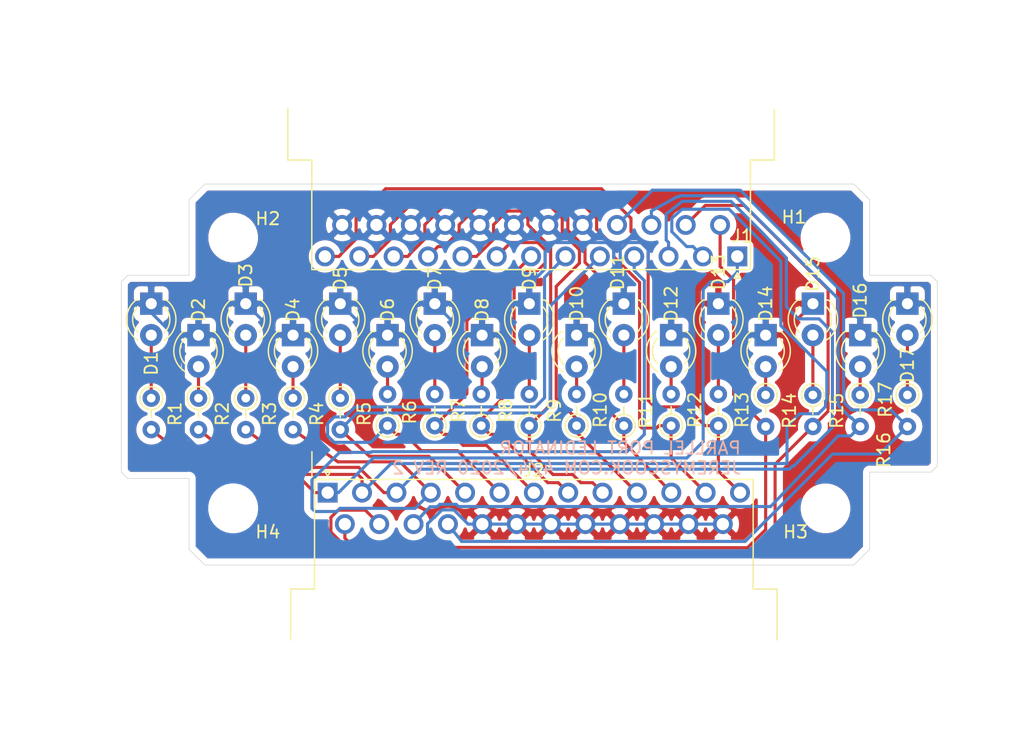
<source format=kicad_pcb>
(kicad_pcb (version 20171130) (host pcbnew "(5.1.2)-1")
  (layers (0 F.Cu signal) (31 B.Cu signal) (34 B.Paste user) (35 F.Paste user) (36 B.SilkS user) (37 F.SilkS user) (38 B.Mask user) (39 F.Mask user) (44 Edge.Cuts user))
  (net 0 "")
  (net 1 "Net-(D1-Pad2)")
  (net 2 "Net-(D2-Pad2)")
  (net 3 "Net-(D3-Pad2)")
  (net 4 "Net-(D4-Pad2)")
  (net 5 "Net-(D5-Pad2)")
  (net 6 "Net-(D6-Pad2)")
  (net 7 "Net-(D7-Pad2)")
  (net 8 "Net-(D8-Pad2)")
  (net 9 "Net-(D9-Pad2)")
  (net 10 "Net-(D10-Pad2)")
  (net 11 "Net-(D11-Pad2)")
  (net 12 "Net-(D12-Pad2)")
  (net 13 "Net-(D13-Pad2)")
  (net 14 "Net-(D14-Pad2)")
  (net 15 "Net-(D15-Pad2)")
  (net 16 "Net-(D16-Pad2)")
  (net 17 "Net-(D17-Pad2)")
  (net 18 /17)
  (net 19 /16)
  (net 20 /15)
  (net 21 /14)
  (net 22 /13)
  (net 23 /12)
  (net 24 /11)
  (net 25 /10)
  (net 26 /9)
  (net 27 /8)
  (net 28 /7)
  (net 29 /6)
  (net 30 /4)
  (net 31 /3)
  (net 32 /2)
  (net 33 /1)
  (net 34 /5)
  (net 35 GND)
  (module Resistor_THT:R_Axial_DIN0204_L3.6mm_D1.6mm_P2.54mm_Vertical (layer F.Cu) (at 157.48 88.392 270)
    (fp_text reference R17 (at 0.381 1.778 90) (layer F.SilkS))
    (fp_text value R)
    (pad 2 thru_hole oval (at 2.54 0 270) (size 1.4 1.4) (drill 0.7) (layers *.Cu *.Mask) (net 18 /17))
    (pad 1 thru_hole circle (at 0 0 270) (size 1.4 1.4) (drill 0.7) (layers *.Cu *.Mask) (net 17 "Net-(D17-Pad2)"))
  )
  (module Resistor_THT:R_Axial_DIN0204_L3.6mm_D1.6mm_P2.54mm_Vertical (layer F.Cu) (at 153.67 88.392 270)
    (fp_text reference R16 (at 4.445 -1.905 90) (layer F.SilkS))
    (fp_text value R)
    (pad 2 thru_hole oval (at 2.54 0 270) (size 1.4 1.4) (drill 0.7) (layers *.Cu *.Mask) (net 19 /16))
    (pad 1 thru_hole circle (at 0 0 270) (size 1.4 1.4) (drill 0.7) (layers *.Cu *.Mask) (net 16 "Net-(D16-Pad2)"))
  )
  (module Resistor_THT:R_Axial_DIN0204_L3.6mm_D1.6mm_P2.54mm_Vertical (layer F.Cu) (at 149.86 88.392 270)
    (fp_text reference R15 (at 1.27 -1.92 90) (layer F.SilkS))
    (fp_text value R)
    (pad 2 thru_hole oval (at 2.54 0 270) (size 1.4 1.4) (drill 0.7) (layers *.Cu *.Mask) (net 20 /15))
    (pad 1 thru_hole circle (at 0 0 270) (size 1.4 1.4) (drill 0.7) (layers *.Cu *.Mask) (net 15 "Net-(D15-Pad2)"))
  )
  (module Resistor_THT:R_Axial_DIN0204_L3.6mm_D1.6mm_P2.54mm_Vertical (layer F.Cu) (at 146.05 88.392 270)
    (fp_text reference R14 (at 1.27 -1.92 90) (layer F.SilkS))
    (fp_text value R)
    (pad 2 thru_hole oval (at 2.54 0 270) (size 1.4 1.4) (drill 0.7) (layers *.Cu *.Mask) (net 21 /14))
    (pad 1 thru_hole circle (at 0 0 270) (size 1.4 1.4) (drill 0.7) (layers *.Cu *.Mask) (net 14 "Net-(D14-Pad2)"))
  )
  (module Resistor_THT:R_Axial_DIN0204_L3.6mm_D1.6mm_P2.54mm_Vertical (layer F.Cu) (at 142.24 90.8685 90)
    (fp_text reference R13 (at 1.27 1.905 90) (layer F.SilkS))
    (fp_text value R)
    (pad 2 thru_hole oval (at 2.54 0 90) (size 1.4 1.4) (drill 0.7) (layers *.Cu *.Mask) (net 13 "Net-(D13-Pad2)"))
    (pad 1 thru_hole circle (at 0 0 90) (size 1.4 1.4) (drill 0.7) (layers *.Cu *.Mask) (net 22 /13))
  )
  (module Resistor_THT:R_Axial_DIN0204_L3.6mm_D1.6mm_P2.54mm_Vertical (layer F.Cu) (at 138.43 90.8685 90)
    (fp_text reference R12 (at 1.27 1.905 90) (layer F.SilkS))
    (fp_text value R)
    (pad 2 thru_hole oval (at 2.54 0 90) (size 1.4 1.4) (drill 0.7) (layers *.Cu *.Mask) (net 12 "Net-(D12-Pad2)"))
    (pad 1 thru_hole circle (at 0 0 90) (size 1.4 1.4) (drill 0.7) (layers *.Cu *.Mask) (net 23 /12))
  )
  (module Resistor_THT:R_Axial_DIN0204_L3.6mm_D1.6mm_P2.54mm_Vertical (layer F.Cu) (at 134.62 90.8685 90)
    (fp_text reference R11 (at 1.2065 1.778 90) (layer F.SilkS))
    (fp_text value R)
    (pad 2 thru_hole oval (at 2.54 0 90) (size 1.4 1.4) (drill 0.7) (layers *.Cu *.Mask) (net 11 "Net-(D11-Pad2)"))
    (pad 1 thru_hole circle (at 0 0 90) (size 1.4 1.4) (drill 0.7) (layers *.Cu *.Mask) (net 24 /11))
  )
  (module Resistor_THT:R_Axial_DIN0204_L3.6mm_D1.6mm_P2.54mm_Vertical (layer F.Cu) (at 130.81 90.8685 90)
    (fp_text reference R10 (at 1.27 1.905 90) (layer F.SilkS))
    (fp_text value R)
    (pad 2 thru_hole oval (at 2.54 0 90) (size 1.4 1.4) (drill 0.7) (layers *.Cu *.Mask) (net 10 "Net-(D10-Pad2)"))
    (pad 1 thru_hole circle (at 0 0 90) (size 1.4 1.4) (drill 0.7) (layers *.Cu *.Mask) (net 25 /10))
  )
  (module Resistor_THT:R_Axial_DIN0204_L3.6mm_D1.6mm_P2.54mm_Vertical (layer F.Cu) (at 127 90.8685 90)
    (fp_text reference R9 (at 1.2065 2.032 90) (layer F.SilkS))
    (fp_text value R)
    (pad 2 thru_hole oval (at 2.54 0 90) (size 1.4 1.4) (drill 0.7) (layers *.Cu *.Mask) (net 9 "Net-(D9-Pad2)"))
    (pad 1 thru_hole circle (at 0 0 90) (size 1.4 1.4) (drill 0.7) (layers *.Cu *.Mask) (net 26 /9))
  )
  (module Resistor_THT:R_Axial_DIN0204_L3.6mm_D1.6mm_P2.54mm_Vertical (layer F.Cu) (at 123.1265 90.8685 90)
    (fp_text reference R8 (at 1.2065 1.9685 90) (layer F.SilkS))
    (fp_text value R)
    (pad 2 thru_hole oval (at 2.54 0 90) (size 1.4 1.4) (drill 0.7) (layers *.Cu *.Mask) (net 8 "Net-(D8-Pad2)"))
    (pad 1 thru_hole circle (at 0 0 90) (size 1.4 1.4) (drill 0.7) (layers *.Cu *.Mask) (net 27 /8))
  )
  (module Resistor_THT:R_Axial_DIN0204_L3.6mm_D1.6mm_P2.54mm_Vertical (layer F.Cu) (at 119.38 90.8685 90)
    (fp_text reference R7 (at 1.2065 1.905 90) (layer F.SilkS))
    (fp_text value R)
    (pad 2 thru_hole oval (at 2.54 0 90) (size 1.4 1.4) (drill 0.7) (layers *.Cu *.Mask) (net 7 "Net-(D7-Pad2)"))
    (pad 1 thru_hole circle (at 0 0 90) (size 1.4 1.4) (drill 0.7) (layers *.Cu *.Mask) (net 28 /7))
  )
  (module Resistor_THT:R_Axial_DIN0204_L3.6mm_D1.6mm_P2.54mm_Vertical (layer F.Cu) (at 115.57 90.8685 90)
    (fp_text reference R6 (at 1.0795 1.778 90) (layer F.SilkS))
    (fp_text value R)
    (pad 2 thru_hole oval (at 2.54 0 90) (size 1.4 1.4) (drill 0.7) (layers *.Cu *.Mask) (net 6 "Net-(D6-Pad2)"))
    (pad 1 thru_hole circle (at 0 0 90) (size 1.4 1.4) (drill 0.7) (layers *.Cu *.Mask) (net 29 /6))
  )
  (module Resistor_THT:R_Axial_DIN0204_L3.6mm_D1.6mm_P2.54mm_Vertical (layer F.Cu) (at 111.76 88.646 270)
    (fp_text reference R5 (at 1.27 -1.92 90) (layer F.SilkS))
    (fp_text value R)
    (pad 2 thru_hole oval (at 2.54 0 270) (size 1.4 1.4) (drill 0.7) (layers *.Cu *.Mask) (net 34 /5))
    (pad 1 thru_hole circle (at 0 0 270) (size 1.4 1.4) (drill 0.7) (layers *.Cu *.Mask) (net 5 "Net-(D5-Pad2)"))
  )
  (module Resistor_THT:R_Axial_DIN0204_L3.6mm_D1.6mm_P2.54mm_Vertical (layer F.Cu) (at 107.95 88.646 270)
    (fp_text reference R4 (at 1.27 -1.92 90) (layer F.SilkS))
    (fp_text value R)
    (pad 2 thru_hole oval (at 2.54 0 270) (size 1.4 1.4) (drill 0.7) (layers *.Cu *.Mask) (net 30 /4))
    (pad 1 thru_hole circle (at 0 0 270) (size 1.4 1.4) (drill 0.7) (layers *.Cu *.Mask) (net 4 "Net-(D4-Pad2)"))
  )
  (module Resistor_THT:R_Axial_DIN0204_L3.6mm_D1.6mm_P2.54mm_Vertical (layer F.Cu) (at 104.14 88.646 270)
    (fp_text reference R3 (at 1.27 -1.92 90) (layer F.SilkS))
    (fp_text value R)
    (pad 2 thru_hole oval (at 2.54 0 270) (size 1.4 1.4) (drill 0.7) (layers *.Cu *.Mask) (net 31 /3))
    (pad 1 thru_hole circle (at 0 0 270) (size 1.4 1.4) (drill 0.7) (layers *.Cu *.Mask) (net 3 "Net-(D3-Pad2)"))
  )
  (module Resistor_THT:R_Axial_DIN0204_L3.6mm_D1.6mm_P2.54mm_Vertical (layer F.Cu) (at 100.33 88.646 270)
    (fp_text reference R2 (at 1.27 -1.92 90) (layer F.SilkS))
    (fp_text value R)
    (pad 2 thru_hole oval (at 2.54 0 270) (size 1.4 1.4) (drill 0.7) (layers *.Cu *.Mask) (net 32 /2))
    (pad 1 thru_hole circle (at 0 0 270) (size 1.4 1.4) (drill 0.7) (layers *.Cu *.Mask) (net 2 "Net-(D2-Pad2)"))
  )
  (module Resistor_THT:R_Axial_DIN0204_L3.6mm_D1.6mm_P2.54mm_Vertical (layer F.Cu) (at 96.52 88.646 270)
    (fp_text reference R1 (at 1.27 -1.92 90) (layer F.SilkS))
    (fp_text value R)
    (pad 2 thru_hole oval (at 2.54 0 270) (size 1.4 1.4) (drill 0.7) (layers *.Cu *.Mask) (net 33 /1))
    (pad 1 thru_hole circle (at 0 0 270) (size 1.4 1.4) (drill 0.7) (layers *.Cu *.Mask) (net 1 "Net-(D1-Pad2)"))
  )
  (module LED_THT:LED_D3.0mm (layer F.Cu) (at 153.67 83.566 270)
    (fp_text reference D16 (at -2.794 0 90) (layer F.SilkS))
    (fp_text value LED)
    (pad 2 thru_hole circle (at 2.54 0 270) (size 1.8 1.8) (drill 0.9) (layers *.Cu *.Mask) (net 16 "Net-(D16-Pad2)"))
    (pad 1 thru_hole rect (at 0 0 270) (size 1.8 1.8) (drill 0.9) (layers *.Cu *.Mask) (net 35 GND))
  )
  (module Connector_Dsub:DSUB-25_Male_Horizontal_P2.77x2.54mm_EdgePinOffset9.40mm (layer F.Cu) (at 110.744 96.266)
    (fp_text reference J2 (at 16.62 -1.8) (layer F.SilkS))
    (fp_text value DB25_Male)
    (pad 25 thru_hole circle (at 31.855 2.54) (size 1.6 1.6) (drill 1) (layers *.Cu *.Mask) (net 35 GND))
    (pad 24 thru_hole circle (at 29.085 2.54) (size 1.6 1.6) (drill 1) (layers *.Cu *.Mask) (net 35 GND))
    (pad 23 thru_hole circle (at 26.315 2.54) (size 1.6 1.6) (drill 1) (layers *.Cu *.Mask) (net 35 GND))
    (pad 22 thru_hole circle (at 23.545 2.54) (size 1.6 1.6) (drill 1) (layers *.Cu *.Mask) (net 35 GND))
    (pad 21 thru_hole circle (at 20.775 2.54) (size 1.6 1.6) (drill 1) (layers *.Cu *.Mask) (net 35 GND))
    (pad 20 thru_hole circle (at 18.005 2.54) (size 1.6 1.6) (drill 1) (layers *.Cu *.Mask) (net 35 GND))
    (pad 19 thru_hole circle (at 15.235 2.54) (size 1.6 1.6) (drill 1) (layers *.Cu *.Mask) (net 35 GND))
    (pad 18 thru_hole circle (at 12.465 2.54) (size 1.6 1.6) (drill 1) (layers *.Cu *.Mask) (net 35 GND))
    (pad 17 thru_hole circle (at 9.695 2.54) (size 1.6 1.6) (drill 1) (layers *.Cu *.Mask) (net 18 /17))
    (pad 16 thru_hole circle (at 6.925 2.54) (size 1.6 1.6) (drill 1) (layers *.Cu *.Mask) (net 19 /16))
    (pad 15 thru_hole circle (at 4.155 2.54) (size 1.6 1.6) (drill 1) (layers *.Cu *.Mask) (net 20 /15))
    (pad 14 thru_hole circle (at 1.385 2.54) (size 1.6 1.6) (drill 1) (layers *.Cu *.Mask) (net 21 /14))
    (pad 13 thru_hole circle (at 33.24 0) (size 1.6 1.6) (drill 1) (layers *.Cu *.Mask) (net 22 /13))
    (pad 12 thru_hole circle (at 30.47 0) (size 1.6 1.6) (drill 1) (layers *.Cu *.Mask) (net 23 /12))
    (pad 11 thru_hole circle (at 27.7 0) (size 1.6 1.6) (drill 1) (layers *.Cu *.Mask) (net 24 /11))
    (pad 10 thru_hole circle (at 24.93 0) (size 1.6 1.6) (drill 1) (layers *.Cu *.Mask) (net 25 /10))
    (pad 9 thru_hole circle (at 22.16 0) (size 1.6 1.6) (drill 1) (layers *.Cu *.Mask) (net 26 /9))
    (pad 8 thru_hole circle (at 19.39 0) (size 1.6 1.6) (drill 1) (layers *.Cu *.Mask) (net 27 /8))
    (pad 7 thru_hole circle (at 16.62 0) (size 1.6 1.6) (drill 1) (layers *.Cu *.Mask) (net 28 /7))
    (pad 6 thru_hole circle (at 13.85 0) (size 1.6 1.6) (drill 1) (layers *.Cu *.Mask) (net 29 /6))
    (pad 5 thru_hole circle (at 11.08 0) (size 1.6 1.6) (drill 1) (layers *.Cu *.Mask) (net 34 /5))
    (pad 4 thru_hole circle (at 8.31 0) (size 1.6 1.6) (drill 1) (layers *.Cu *.Mask) (net 30 /4))
    (pad 3 thru_hole circle (at 5.54 0) (size 1.6 1.6) (drill 1) (layers *.Cu *.Mask) (net 31 /3))
    (pad 2 thru_hole circle (at 2.77 0) (size 1.6 1.6) (drill 1) (layers *.Cu *.Mask) (net 32 /2))
    (pad 1 thru_hole rect (at 0 0) (size 1.6 1.6) (drill 1) (layers *.Cu *.Mask) (net 33 /1))
  )
  (module MountingHole:MountingHole_3mm (layer F.Cu) (at 150.876 97.536)
    (fp_text reference H3 (at -2.413 1.905) (layer F.SilkS))
    (fp_text value MountingHole)
    (pad 1 np_thru_hole circle (at 0 0) (size 3 3) (drill 3) (layers *.Cu *.Mask))
  )
  (module Connector_Dsub:DSUB-25_Male_Horizontal_P2.77x2.54mm_EdgePinOffset9.40mm (layer F.Cu) (at 143.764 77.216 180)
    (fp_text reference J1 (at -0.381 1.651) (layer F.SilkS))
    (fp_text value DB25_Male)
    (pad 25 thru_hole circle (at 31.855 2.54 180) (size 1.6 1.6) (drill 1) (layers *.Cu *.Mask) (net 35 GND))
    (pad 24 thru_hole circle (at 29.085 2.54 180) (size 1.6 1.6) (drill 1) (layers *.Cu *.Mask) (net 35 GND))
    (pad 23 thru_hole circle (at 26.315 2.54 180) (size 1.6 1.6) (drill 1) (layers *.Cu *.Mask) (net 35 GND))
    (pad 22 thru_hole circle (at 23.545 2.54 180) (size 1.6 1.6) (drill 1) (layers *.Cu *.Mask) (net 35 GND))
    (pad 21 thru_hole circle (at 20.775 2.54 180) (size 1.6 1.6) (drill 1) (layers *.Cu *.Mask) (net 35 GND))
    (pad 20 thru_hole circle (at 18.005 2.54 180) (size 1.6 1.6) (drill 1) (layers *.Cu *.Mask) (net 35 GND))
    (pad 19 thru_hole circle (at 15.235 2.54 180) (size 1.6 1.6) (drill 1) (layers *.Cu *.Mask) (net 35 GND))
    (pad 18 thru_hole circle (at 12.465 2.54 180) (size 1.6 1.6) (drill 1) (layers *.Cu *.Mask) (net 35 GND))
    (pad 17 thru_hole circle (at 9.695 2.54 180) (size 1.6 1.6) (drill 1) (layers *.Cu *.Mask) (net 18 /17))
    (pad 16 thru_hole circle (at 6.925 2.54 180) (size 1.6 1.6) (drill 1) (layers *.Cu *.Mask) (net 19 /16))
    (pad 15 thru_hole circle (at 4.155 2.54 180) (size 1.6 1.6) (drill 1) (layers *.Cu *.Mask) (net 20 /15))
    (pad 14 thru_hole circle (at 1.385 2.54 180) (size 1.6 1.6) (drill 1) (layers *.Cu *.Mask) (net 21 /14))
    (pad 13 thru_hole circle (at 33.24 0 180) (size 1.6 1.6) (drill 1) (layers *.Cu *.Mask) (net 22 /13))
    (pad 12 thru_hole circle (at 30.47 0 180) (size 1.6 1.6) (drill 1) (layers *.Cu *.Mask) (net 23 /12))
    (pad 11 thru_hole circle (at 27.7 0 180) (size 1.6 1.6) (drill 1) (layers *.Cu *.Mask) (net 24 /11))
    (pad 10 thru_hole circle (at 24.93 0 180) (size 1.6 1.6) (drill 1) (layers *.Cu *.Mask) (net 25 /10))
    (pad 9 thru_hole circle (at 22.16 0 180) (size 1.6 1.6) (drill 1) (layers *.Cu *.Mask) (net 26 /9))
    (pad 8 thru_hole circle (at 19.39 0 180) (size 1.6 1.6) (drill 1) (layers *.Cu *.Mask) (net 27 /8))
    (pad 7 thru_hole circle (at 16.62 0 180) (size 1.6 1.6) (drill 1) (layers *.Cu *.Mask) (net 28 /7))
    (pad 6 thru_hole circle (at 13.85 0 180) (size 1.6 1.6) (drill 1) (layers *.Cu *.Mask) (net 29 /6))
    (pad 5 thru_hole circle (at 11.08 0 180) (size 1.6 1.6) (drill 1) (layers *.Cu *.Mask) (net 34 /5))
    (pad 4 thru_hole circle (at 8.31 0 180) (size 1.6 1.6) (drill 1) (layers *.Cu *.Mask) (net 30 /4))
    (pad 3 thru_hole circle (at 5.54 0 180) (size 1.6 1.6) (drill 1) (layers *.Cu *.Mask) (net 31 /3))
    (pad 2 thru_hole circle (at 2.77 0 180) (size 1.6 1.6) (drill 1) (layers *.Cu *.Mask) (net 32 /2))
    (pad 1 thru_hole rect (at 0 0 180) (size 1.6 1.6) (drill 1) (layers *.Cu *.Mask) (net 33 /1))
  )
  (module MountingHole:MountingHole_3mm (layer F.Cu) (at 103.124 97.536)
    (fp_text reference H4 (at 2.794 1.905) (layer F.SilkS))
    (fp_text value MountingHole)
    (pad 1 np_thru_hole circle (at 0 0) (size 3 3) (drill 3) (layers *.Cu *.Mask))
  )
  (module MountingHole:MountingHole_3mm (layer F.Cu) (at 103.124 75.692)
    (fp_text reference H2 (at 2.794 -1.524) (layer F.SilkS))
    (fp_text value MountingHole)
    (pad 1 np_thru_hole circle (at 0 0) (size 3 3) (drill 3) (layers *.Cu *.Mask))
  )
  (module MountingHole:MountingHole_3mm (layer F.Cu) (at 150.876 75.692)
    (fp_text reference H1 (at -2.54 -1.651) (layer F.SilkS))
    (fp_text value MountingHole)
    (pad 1 np_thru_hole circle (at 0 0) (size 3 3) (drill 3) (layers *.Cu *.Mask))
  )
  (module LED_THT:LED_D3.0mm (layer F.Cu) (at 157.48 81.026 270)
    (fp_text reference D17 (at 4.953 0 90) (layer F.SilkS))
    (fp_text value LED)
    (pad 2 thru_hole circle (at 2.54 0 270) (size 1.8 1.8) (drill 0.9) (layers *.Cu *.Mask) (net 17 "Net-(D17-Pad2)"))
    (pad 1 thru_hole rect (at 0 0 270) (size 1.8 1.8) (drill 0.9) (layers *.Cu *.Mask) (net 35 GND))
  )
  (module LED_THT:LED_D3.0mm (layer F.Cu) (at 149.86 81.026 270)
    (fp_text reference D15 (at -2.413 0 90) (layer F.SilkS))
    (fp_text value LED)
    (pad 2 thru_hole circle (at 2.54 0 270) (size 1.8 1.8) (drill 0.9) (layers *.Cu *.Mask) (net 15 "Net-(D15-Pad2)"))
    (pad 1 thru_hole rect (at 0 0 270) (size 1.8 1.8) (drill 0.9) (layers *.Cu *.Mask) (net 35 GND))
  )
  (module LED_THT:LED_D3.0mm (layer F.Cu) (at 146.05 83.566 270)
    (fp_text reference D14 (at -2.54 0 90) (layer F.SilkS))
    (fp_text value LED)
    (pad 2 thru_hole circle (at 2.54 0 270) (size 1.8 1.8) (drill 0.9) (layers *.Cu *.Mask) (net 14 "Net-(D14-Pad2)"))
    (pad 1 thru_hole rect (at 0 0 270) (size 1.8 1.8) (drill 0.9) (layers *.Cu *.Mask) (net 35 GND))
  )
  (module LED_THT:LED_D3.0mm (layer F.Cu) (at 142.24 81.026 270)
    (fp_text reference D13 (at -2.54 0 90) (layer F.SilkS))
    (fp_text value LED)
    (pad 2 thru_hole circle (at 2.54 0 270) (size 1.8 1.8) (drill 0.9) (layers *.Cu *.Mask) (net 13 "Net-(D13-Pad2)"))
    (pad 1 thru_hole rect (at 0 0 270) (size 1.8 1.8) (drill 0.9) (layers *.Cu *.Mask) (net 35 GND))
  )
  (module LED_THT:LED_D3.0mm (layer F.Cu) (at 138.43 83.566 270)
    (fp_text reference D12 (at -2.54 0 90) (layer F.SilkS))
    (fp_text value LED)
    (pad 2 thru_hole circle (at 2.54 0 270) (size 1.8 1.8) (drill 0.9) (layers *.Cu *.Mask) (net 12 "Net-(D12-Pad2)"))
    (pad 1 thru_hole rect (at 0 0 270) (size 1.8 1.8) (drill 0.9) (layers *.Cu *.Mask) (net 35 GND))
  )
  (module LED_THT:LED_D3.0mm (layer F.Cu) (at 134.62 81.026 270)
    (fp_text reference D11 (at -2.54 0.508 90) (layer F.SilkS))
    (fp_text value LED)
    (pad 2 thru_hole circle (at 2.54 0 270) (size 1.8 1.8) (drill 0.9) (layers *.Cu *.Mask) (net 11 "Net-(D11-Pad2)"))
    (pad 1 thru_hole rect (at 0 0 270) (size 1.8 1.8) (drill 0.9) (layers *.Cu *.Mask) (net 35 GND))
  )
  (module LED_THT:LED_D3.0mm (layer F.Cu) (at 130.81 83.566 270)
    (fp_text reference D10 (at -2.54 0 90) (layer F.SilkS))
    (fp_text value LED)
    (pad 2 thru_hole circle (at 2.54 0 270) (size 1.8 1.8) (drill 0.9) (layers *.Cu *.Mask) (net 10 "Net-(D10-Pad2)"))
    (pad 1 thru_hole rect (at 0 0 270) (size 1.8 1.8) (drill 0.9) (layers *.Cu *.Mask) (net 35 GND))
  )
  (module LED_THT:LED_D3.0mm (layer F.Cu) (at 127 81.026 270)
    (fp_text reference D9 (at -2.032 0 90) (layer F.SilkS))
    (fp_text value LED)
    (pad 2 thru_hole circle (at 2.54 0 270) (size 1.8 1.8) (drill 0.9) (layers *.Cu *.Mask) (net 9 "Net-(D9-Pad2)"))
    (pad 1 thru_hole rect (at 0 0 270) (size 1.8 1.8) (drill 0.9) (layers *.Cu *.Mask) (net 35 GND))
  )
  (module LED_THT:LED_D3.0mm (layer F.Cu) (at 123.19 83.566 270)
    (fp_text reference D8 (at -2.032 0 90) (layer F.SilkS))
    (fp_text value LED)
    (pad 1 thru_hole rect (at 0 0 270) (size 1.8 1.8) (drill 0.9) (layers *.Cu *.Mask) (net 35 GND))
    (pad 2 thru_hole circle (at 2.54 0 270) (size 1.8 1.8) (drill 0.9) (layers *.Cu *.Mask) (net 8 "Net-(D8-Pad2)"))
  )
  (module LED_THT:LED_D3.0mm (layer F.Cu) (at 119.38 81.026 270)
    (fp_text reference D7 (at -2.032 0 90) (layer F.SilkS))
    (fp_text value LED)
    (pad 2 thru_hole circle (at 2.54 0 270) (size 1.8 1.8) (drill 0.9) (layers *.Cu *.Mask) (net 7 "Net-(D7-Pad2)"))
    (pad 1 thru_hole rect (at 0 0 270) (size 1.8 1.8) (drill 0.9) (layers *.Cu *.Mask) (net 35 GND))
  )
  (module LED_THT:LED_D3.0mm (layer F.Cu) (at 115.57 83.566 270)
    (fp_text reference D6 (at -2.032 0 90) (layer F.SilkS))
    (fp_text value LED)
    (pad 2 thru_hole circle (at 2.54 0 270) (size 1.8 1.8) (drill 0.9) (layers *.Cu *.Mask) (net 6 "Net-(D6-Pad2)"))
    (pad 1 thru_hole rect (at 0 0 270) (size 1.8 1.8) (drill 0.9) (layers *.Cu *.Mask) (net 35 GND))
  )
  (module LED_THT:LED_D3.0mm (layer F.Cu) (at 111.76 81.026 270)
    (fp_text reference D5 (at -2.032 0 90) (layer F.SilkS))
    (fp_text value LED)
    (pad 2 thru_hole circle (at 2.54 0 270) (size 1.8 1.8) (drill 0.9) (layers *.Cu *.Mask) (net 5 "Net-(D5-Pad2)"))
    (pad 1 thru_hole rect (at 0 0 270) (size 1.8 1.8) (drill 0.9) (layers *.Cu *.Mask) (net 35 GND))
  )
  (module LED_THT:LED_D3.0mm (layer F.Cu) (at 107.95 83.566 270)
    (fp_text reference D4 (at -2.032 0 90) (layer F.SilkS))
    (fp_text value LED)
    (pad 2 thru_hole circle (at 2.54 0 270) (size 1.8 1.8) (drill 0.9) (layers *.Cu *.Mask) (net 4 "Net-(D4-Pad2)"))
    (pad 1 thru_hole rect (at 0 0 270) (size 1.8 1.8) (drill 0.9) (layers *.Cu *.Mask) (net 35 GND))
  )
  (module LED_THT:LED_D3.0mm (layer F.Cu) (at 104.14 81.026 270)
    (fp_text reference D3 (at -2.286 0 90) (layer F.SilkS))
    (fp_text value LED)
    (pad 2 thru_hole circle (at 2.54 0 270) (size 1.8 1.8) (drill 0.9) (layers *.Cu *.Mask) (net 3 "Net-(D3-Pad2)"))
    (pad 1 thru_hole rect (at 0 0 270) (size 1.8 1.8) (drill 0.9) (layers *.Cu *.Mask) (net 35 GND))
  )
  (module LED_THT:LED_D3.0mm (layer F.Cu) (at 100.33 83.566 270)
    (fp_text reference D2 (at -2.032 0 90) (layer F.SilkS))
    (fp_text value LED)
    (pad 2 thru_hole circle (at 2.54 0 270) (size 1.8 1.8) (drill 0.9) (layers *.Cu *.Mask) (net 2 "Net-(D2-Pad2)"))
    (pad 1 thru_hole rect (at 0 0 270) (size 1.8 1.8) (drill 0.9) (layers *.Cu *.Mask) (net 35 GND))
  )
  (module LED_THT:LED_D3.0mm (layer F.Cu) (at 96.52 81.026 270)
    (fp_text reference D1 (at 4.826 0 90) (layer F.SilkS))
    (fp_text value LED)
    (pad 2 thru_hole circle (at 2.54 0 270) (size 1.8 1.8) (drill 0.9) (layers *.Cu *.Mask) (net 1 "Net-(D1-Pad2)"))
    (pad 1 thru_hole rect (at 0 0 270) (size 1.8 1.8) (drill 0.9) (layers *.Cu *.Mask) (net 35 GND))
  )
  (gr_line (start 94.107 79.248) (end 94.615 78.74) (layer Edge.Cuts) (width 0.05))
  (gr_line (start 94.107 94.615) (end 94.615 95.123) (layer Edge.Cuts) (width 0.05))
  (gr_line (start 99.568 95.123) (end 94.615 95.123) (layer Edge.Cuts) (width 0.05))
  (gr_line (start 159.893 94.107) (end 159.385 94.615) (layer Edge.Cuts) (width 0.05))
  (gr_line (start 159.385 78.74) (end 159.893 79.248) (layer Edge.Cuts) (width 0.05))
  (gr_text "PARLLEL PORT LEDINATOR\nJEREMYSCOOK.COM 4/4/2020 REV 2" (at 144.145 93.472) (layer B.SilkS) (effects (font (size 1 1)) (justify left mirror)))
  (gr_line (start 159.385 94.615) (end 154.432 94.615) (layer Edge.Cuts) (width 0.05))
  (gr_line (start 153.162 71.374) (end 154.432 72.644) (layer Edge.Cuts) (width 0.05))
  (gr_line (start 99.568 72.644) (end 100.838 71.374) (layer Edge.Cuts) (width 0.05))
  (gr_line (start 153.162 102.108) (end 154.432 100.838) (layer Edge.Cuts) (width 0.05))
  (gr_line (start 99.568 78.74) (end 99.568 72.644) (layer Edge.Cuts) (width 0.05))
  (gr_line (start 154.432 78.74) (end 154.432 72.644) (layer Edge.Cuts) (width 0.05))
  (gr_line (start 154.432 94.615) (end 154.432 100.838) (layer Edge.Cuts) (width 0.05))
  (gr_line (start 99.568 100.838) (end 100.838 102.108) (layer Edge.Cuts) (width 0.05))
  (gr_line (start 99.568 95.123) (end 99.568 100.838) (layer Edge.Cuts) (width 0.05))
  (gr_line (start 159.893 79.248) (end 159.893 94.107) (layer Edge.Cuts) (width 0.05))
  (gr_line (start 154.432 78.74) (end 159.385 78.74) (layer Edge.Cuts) (width 0.05))
  (gr_line (start 100.838 71.374) (end 153.162 71.374) (layer Edge.Cuts) (width 0.05))
  (gr_line (start 94.615 78.74) (end 99.568 78.74) (layer Edge.Cuts) (width 0.05))
  (gr_line (start 94.107 94.615) (end 94.107 79.248) (layer Edge.Cuts) (width 0.05))
  (gr_line (start 153.162 102.108) (end 100.838 102.108) (layer Edge.Cuts) (width 0.05))
  (gr_line (start 109.474 94.996) (end 109.474 92.964) (layer F.SilkS) (width 0.12))
  (segment (start 96.52 88.646) (end 96.52 83.566) (width 0.25) (layer F.Cu) (net 1))
  (segment (start 100.33 88.646) (end 100.33 86.106) (width 0.25) (layer F.Cu) (net 2))
  (segment (start 104.14 88.646) (end 104.14 83.566) (width 0.25) (layer F.Cu) (net 3))
  (segment (start 107.95 88.646) (end 107.95 87.51463) (width 0.25) (layer F.Cu) (net 4))
  (segment (start 107.95 87.51463) (end 107.95 86.106) (width 0.25) (layer F.Cu) (net 4))
  (segment (start 111.76 88.646) (end 111.76 83.566) (width 0.25) (layer F.Cu) (net 5))
  (segment (start 115.57 88.646) (end 115.57 87.51463) (width 0.25) (layer F.Cu) (net 6))
  (segment (start 115.57 87.51463) (end 115.57 86.106) (width 0.25) (layer F.Cu) (net 6))
  (segment (start 119.38 88.646) (end 119.38 87.51463) (width 0.25) (layer F.Cu) (net 7))
  (segment (start 119.38 87.51463) (end 119.38 83.566) (width 0.25) (layer F.Cu) (net 7))
  (segment (start 123.19 88.646) (end 123.19 87.51463) (width 0.25) (layer F.Cu) (net 8))
  (segment (start 123.19 87.51463) (end 123.19 86.106) (width 0.25) (layer F.Cu) (net 8))
  (segment (start 127 88.646) (end 127 87.51463) (width 0.25) (layer F.Cu) (net 9))
  (segment (start 127 87.51463) (end 127 83.566) (width 0.25) (layer F.Cu) (net 9))
  (segment (start 130.81 88.646) (end 130.81 86.106) (width 0.25) (layer F.Cu) (net 10))
  (segment (start 134.62 88.646) (end 134.62 83.566) (width 0.25) (layer F.Cu) (net 11))
  (segment (start 138.43 88.646) (end 138.43 87.51463) (width 0.25) (layer F.Cu) (net 12))
  (segment (start 138.43 87.51463) (end 138.43 86.106) (width 0.25) (layer F.Cu) (net 12))
  (segment (start 142.24 88.646) (end 142.24 83.566) (width 0.25) (layer F.Cu) (net 13))
  (segment (start 146.05 88.646) (end 146.05 87.51463) (width 0.25) (layer F.Cu) (net 14))
  (segment (start 146.05 87.51463) (end 146.05 86.106) (width 0.25) (layer F.Cu) (net 14))
  (segment (start 149.86 88.646) (end 149.86 87.51463) (width 0.25) (layer F.Cu) (net 15))
  (segment (start 149.86 87.51463) (end 149.86 83.566) (width 0.25) (layer F.Cu) (net 15))
  (segment (start 153.67 87.51463) (end 153.67 86.106) (width 0.25) (layer F.Cu) (net 16))
  (segment (start 153.67 88.646) (end 153.67 87.51463) (width 0.25) (layer F.Cu) (net 16))
  (segment (start 157.48 88.646) (end 157.48 83.566) (width 0.25) (layer F.Cu) (net 17))
  (segment (start 155.2575 93.1545) (end 157.48 90.932) (width 0.25) (layer B.Cu) (net 18))
  (segment (start 151.4475 93.1545) (end 155.2575 93.1545) (width 0.25) (layer B.Cu) (net 18))
  (segment (start 144.399 100.203) (end 151.4475 93.1545) (width 0.25) (layer B.Cu) (net 18))
  (segment (start 120.439 98.806) (end 121.539 100.203) (width 0.25) (layer B.Cu) (net 18))
  (segment (start 121.539 100.203) (end 144.399 100.203) (width 0.25) (layer B.Cu) (net 18))
  (segment (start 134.069 74.676) (end 136.906 71.882) (width 0.25) (layer B.Cu) (net 18))
  (segment (start 156.1465 89.5985) (end 157.48 90.932) (width 0.25) (layer B.Cu) (net 18))
  (segment (start 152.9715 89.5985) (end 156.1465 89.5985) (width 0.25) (layer B.Cu) (net 18))
  (segment (start 152.33503 88.96203) (end 152.9715 89.5985) (width 0.25) (layer B.Cu) (net 18))
  (segment (start 144.018 71.882) (end 152.33503 80.19903) (width 0.25) (layer B.Cu) (net 18))
  (segment (start 152.33503 80.19903) (end 152.33503 88.96203) (width 0.25) (layer B.Cu) (net 18))
  (segment (start 136.91702 71.87098) (end 136.906 71.882) (width 0.25) (layer B.Cu) (net 18))
  (segment (start 143.75439 71.87098) (end 136.91702 71.87098) (width 0.25) (layer B.Cu) (net 18))
  (segment (start 143.76541 71.882) (end 143.75439 71.87098) (width 0.25) (layer B.Cu) (net 18))
  (segment (start 144.018 71.882) (end 143.76541 71.882) (width 0.25) (layer B.Cu) (net 18))
  (segment (start 152.914979 91.687021) (end 153.67 90.932) (width 0.25) (layer B.Cu) (net 19))
  (segment (start 151.885021 91.687021) (end 152.914979 91.687021) (width 0.25) (layer B.Cu) (net 19))
  (segment (start 151.892 91.694) (end 151.885021 91.687021) (width 0.25) (layer B.Cu) (net 19))
  (segment (start 146.448999 97.391001) (end 151.892 91.694) (width 0.25) (layer B.Cu) (net 19))
  (segment (start 117.669 98.806) (end 118.999 97.409) (width 0.25) (layer B.Cu) (net 19))
  (segment (start 118.999 97.409) (end 119.576002 97.409) (width 0.25) (layer B.Cu) (net 19))
  (segment (start 121.283999 97.391001) (end 146.448999 97.391001) (width 0.25) (layer B.Cu) (net 19))
  (segment (start 121.105988 97.21299) (end 121.283999 97.391001) (width 0.25) (layer B.Cu) (net 19))
  (segment (start 119.772012 97.21299) (end 121.105988 97.21299) (width 0.25) (layer B.Cu) (net 19))
  (segment (start 119.576002 97.409) (end 119.772012 97.21299) (width 0.25) (layer B.Cu) (net 19))
  (segment (start 151.885021 80.607789) (end 143.637 72.39) (width 0.25) (layer B.Cu) (net 19))
  (segment (start 151.885021 89.210521) (end 151.885021 80.607789) (width 0.25) (layer B.Cu) (net 19))
  (segment (start 152.906501 90.232001) (end 151.885021 89.210521) (width 0.25) (layer B.Cu) (net 19))
  (segment (start 153.67 90.932) (end 152.970001 90.232001) (width 0.25) (layer B.Cu) (net 19))
  (segment (start 152.970001 90.232001) (end 152.906501 90.232001) (width 0.25) (layer B.Cu) (net 19))
  (segment (start 136.839 73.54463) (end 136.839 74.676) (width 0.25) (layer B.Cu) (net 19))
  (segment (start 138.938 72.39) (end 136.839 73.54463) (width 0.25) (layer B.Cu) (net 19))
  (segment (start 143.56799 72.32099) (end 143.637 72.39) (width 0.25) (layer B.Cu) (net 19))
  (segment (start 139.153188 72.32099) (end 143.56799 72.32099) (width 0.25) (layer B.Cu) (net 19))
  (segment (start 139.084178 72.39) (end 139.153188 72.32099) (width 0.25) (layer B.Cu) (net 19))
  (segment (start 138.938 72.39) (end 139.084178 72.39) (width 0.25) (layer B.Cu) (net 19))
  (segment (start 146.240808 99.76649) (end 146.812 99.195298) (width 0.25) (layer F.Cu) (net 20))
  (segment (start 144.775452 101.161194) (end 144.903244 101.033656) (width 0.25) (layer F.Cu) (net 20))
  (segment (start 112.870125 101.129444) (end 144.775452 101.161194) (width 0.25) (layer F.Cu) (net 20))
  (segment (start 113.773999 97.680999) (end 111.588999 97.680999) (width 0.25) (layer F.Cu) (net 20))
  (segment (start 114.899 98.806) (end 113.773999 97.680999) (width 0.25) (layer F.Cu) (net 20))
  (segment (start 111.588999 97.680999) (end 111.003999 98.265999) (width 0.25) (layer F.Cu) (net 20))
  (segment (start 111.003999 98.265999) (end 111.003999 99.448779) (width 0.25) (layer F.Cu) (net 20))
  (segment (start 144.903244 101.033656) (end 146.240808 99.76649) (width 0.25) (layer F.Cu) (net 20))
  (segment (start 111.003999 99.448779) (end 112.684664 101.129444) (width 0.25) (layer F.Cu) (net 20))
  (segment (start 112.684664 101.129444) (end 112.870125 101.129444) (width 0.25) (layer F.Cu) (net 20))
  (segment (start 146.812 93.98) (end 149.86 90.932) (width 0.25) (layer F.Cu) (net 20))
  (segment (start 146.812 99.195298) (end 146.812 93.98) (width 0.25) (layer F.Cu) (net 20))
  (segment (start 150.559999 90.232001) (end 149.86 90.932) (width 0.25) (layer F.Cu) (net 20))
  (segment (start 151.085001 89.706999) (end 150.559999 90.232001) (width 0.25) (layer F.Cu) (net 20))
  (segment (start 151.085001 79.865999) (end 151.085001 89.706999) (width 0.25) (layer F.Cu) (net 20))
  (segment (start 144.319991 73.100989) (end 151.085001 79.865999) (width 0.25) (layer F.Cu) (net 20))
  (segment (start 141.184011 73.100989) (end 144.319991 73.100989) (width 0.25) (layer F.Cu) (net 20))
  (segment (start 139.609 74.676) (end 141.184011 73.100989) (width 0.25) (layer F.Cu) (net 20))
  (segment (start 143.465001 88.347001) (end 146.05 90.932) (width 0.25) (layer F.Cu) (net 21))
  (segment (start 143.465001 79.102003) (end 143.465001 88.347001) (width 0.25) (layer F.Cu) (net 21))
  (segment (start 142.379 74.676) (end 142.379 78.016002) (width 0.25) (layer F.Cu) (net 21))
  (segment (start 142.379 78.016002) (end 143.465001 79.102003) (width 0.25) (layer F.Cu) (net 21))
  (segment (start 146.05 99.2505) (end 146.05 90.932) (width 0.25) (layer F.Cu) (net 21))
  (segment (start 144.5895 100.711) (end 146.05 99.2505) (width 0.25) (layer F.Cu) (net 21))
  (segment (start 112.871065 100.679435) (end 144.5895 100.711) (width 0.25) (layer F.Cu) (net 21))
  (segment (start 112.129 98.806) (end 112.129 99.93737) (width 0.25) (layer F.Cu) (net 21))
  (segment (start 112.129 99.93737) (end 112.871065 100.679435) (width 0.25) (layer F.Cu) (net 21))
  (segment (start 139.645501 89.353501) (end 141.1605 90.8685) (width 0.25) (layer F.Cu) (net 22))
  (segment (start 136.579001 76.601001) (end 136.579001 88.827001) (width 0.25) (layer F.Cu) (net 22))
  (segment (start 137.105501 89.353501) (end 139.645501 89.353501) (width 0.25) (layer F.Cu) (net 22))
  (segment (start 135.194001 75.216001) (end 136.579001 76.601001) (width 0.25) (layer F.Cu) (net 22))
  (segment (start 132.808964 71.750962) (end 135.194001 74.135999) (width 0.25) (layer F.Cu) (net 22))
  (segment (start 141.1605 90.8685) (end 142.24 90.8685) (width 0.25) (layer F.Cu) (net 22))
  (segment (start 115.419038 71.750962) (end 132.808964 71.750962) (width 0.25) (layer F.Cu) (net 22))
  (segment (start 136.579001 88.827001) (end 137.105501 89.353501) (width 0.25) (layer F.Cu) (net 22))
  (segment (start 111.65537 77.216) (end 111.76 77.11137) (width 0.25) (layer F.Cu) (net 22))
  (segment (start 110.524 77.216) (end 111.65537 77.216) (width 0.25) (layer F.Cu) (net 22))
  (segment (start 111.76 77.11137) (end 111.76 77.084998) (width 0.25) (layer F.Cu) (net 22))
  (segment (start 111.76 77.084998) (end 113.034001 75.810997) (width 0.25) (layer F.Cu) (net 22))
  (segment (start 113.034001 75.810997) (end 113.034001 74.135999) (width 0.25) (layer F.Cu) (net 22))
  (segment (start 135.194001 74.135999) (end 135.194001 75.216001) (width 0.25) (layer F.Cu) (net 22))
  (segment (start 113.034001 74.135999) (end 115.419038 71.750962) (width 0.25) (layer F.Cu) (net 22))
  (segment (start 142.24 94.522) (end 142.24 90.8685) (width 0.25) (layer F.Cu) (net 22))
  (segment (start 143.984 96.266) (end 142.24 94.522) (width 0.25) (layer F.Cu) (net 22))
  (segment (start 141.214 96.266) (end 138.43 93.482) (width 0.25) (layer F.Cu) (net 23))
  (segment (start 136.076511 91.055011) (end 137.25354 91.055011) (width 0.25) (layer F.Cu) (net 23))
  (segment (start 132.424001 75.020001) (end 133.809001 76.405001) (width 0.25) (layer F.Cu) (net 23))
  (segment (start 135.89 90.8685) (end 136.076511 91.055011) (width 0.25) (layer F.Cu) (net 23))
  (segment (start 132.424001 74.135999) (end 132.424001 75.020001) (width 0.25) (layer F.Cu) (net 23))
  (segment (start 133.809001 76.405001) (end 133.809001 77.236003) (width 0.25) (layer F.Cu) (net 23))
  (segment (start 113.294 77.216) (end 114.42537 77.216) (width 0.25) (layer F.Cu) (net 23))
  (segment (start 114.42537 77.216) (end 115.804001 75.837369) (width 0.25) (layer F.Cu) (net 23))
  (segment (start 115.804001 75.837369) (end 115.804001 74.655997) (width 0.25) (layer F.Cu) (net 23))
  (segment (start 137.25354 91.055011) (end 137.440051 90.8685) (width 0.25) (layer F.Cu) (net 23))
  (segment (start 135.89 79.317002) (end 135.89 90.8685) (width 0.25) (layer F.Cu) (net 23))
  (segment (start 133.809001 77.236003) (end 135.89 79.317002) (width 0.25) (layer F.Cu) (net 23))
  (segment (start 115.804001 74.655997) (end 118.259027 72.200971) (width 0.25) (layer F.Cu) (net 23))
  (segment (start 118.259027 72.200971) (end 130.488973 72.200971) (width 0.25) (layer F.Cu) (net 23))
  (segment (start 137.440051 90.8685) (end 138.43 90.8685) (width 0.25) (layer F.Cu) (net 23))
  (segment (start 130.488973 72.200971) (end 132.424001 74.135999) (width 0.25) (layer F.Cu) (net 23))
  (segment (start 138.43 93.482) (end 138.43 90.8685) (width 0.25) (layer F.Cu) (net 23))
  (segment (start 138.444 96.266) (end 134.62 92.188) (width 0.25) (layer F.Cu) (net 24))
  (segment (start 132.3975 88.646) (end 134.62 90.8685) (width 0.25) (layer F.Cu) (net 24))
  (segment (start 132.3975 78.594502) (end 132.3975 88.646) (width 0.25) (layer F.Cu) (net 24))
  (segment (start 131.489011 77.686013) (end 132.3975 78.594502) (width 0.25) (layer F.Cu) (net 24))
  (segment (start 130.10401 73.949598) (end 130.104011 75.104599) (width 0.25) (layer F.Cu) (net 24))
  (segment (start 131.48901 76.489598) (end 131.489011 77.686013) (width 0.25) (layer F.Cu) (net 24))
  (segment (start 128.805392 72.65098) (end 130.10401 73.949598) (width 0.25) (layer F.Cu) (net 24))
  (segment (start 117.19537 77.216) (end 117.348 77.06337) (width 0.25) (layer F.Cu) (net 24))
  (segment (start 116.064 77.216) (end 117.19537 77.216) (width 0.25) (layer F.Cu) (net 24))
  (segment (start 117.348 77.06337) (end 117.348 77.036998) (width 0.25) (layer F.Cu) (net 24))
  (segment (start 117.348 77.036998) (end 118.574001 75.810997) (width 0.25) (layer F.Cu) (net 24))
  (segment (start 118.574001 75.810997) (end 118.574001 74.655997) (width 0.25) (layer F.Cu) (net 24))
  (segment (start 130.104011 75.104599) (end 131.48901 76.489598) (width 0.25) (layer F.Cu) (net 24))
  (segment (start 120.579018 72.65098) (end 128.805392 72.65098) (width 0.25) (layer F.Cu) (net 24))
  (segment (start 118.574001 74.655997) (end 120.579018 72.65098) (width 0.25) (layer F.Cu) (net 24))
  (segment (start 134.62 92.188) (end 134.62 90.8685) (width 0.25) (layer F.Cu) (net 24))
  (segment (start 135.674 96.266) (end 130.81 91.402) (width 0.25) (layer F.Cu) (net 25))
  (segment (start 119.633999 76.416001) (end 118.834 77.216) (width 0.25) (layer F.Cu) (net 25))
  (segment (start 121.344001 74.655997) (end 121.344001 75.216001) (width 0.25) (layer F.Cu) (net 25))
  (segment (start 120.144001 76.416001) (end 119.633999 76.416001) (width 0.25) (layer F.Cu) (net 25))
  (segment (start 122.899008 73.10099) (end 121.344001 74.655997) (width 0.25) (layer F.Cu) (net 25))
  (segment (start 129.654001 75.290999) (end 129.654001 74.135999) (width 0.25) (layer F.Cu) (net 25))
  (segment (start 129.654001 74.135999) (end 128.618992 73.10099) (width 0.25) (layer F.Cu) (net 25))
  (segment (start 131.039001 76.675999) (end 129.654001 75.290999) (width 0.25) (layer F.Cu) (net 25))
  (segment (start 131.039001 77.756001) (end 131.039001 76.675999) (width 0.25) (layer F.Cu) (net 25))
  (segment (start 129.169019 79.625983) (end 131.039001 77.756001) (width 0.25) (layer F.Cu) (net 25))
  (segment (start 129.169019 88.670021) (end 129.169019 79.625983) (width 0.25) (layer F.Cu) (net 25))
  (segment (start 121.344001 75.216001) (end 120.144001 76.416001) (width 0.25) (layer F.Cu) (net 25))
  (segment (start 130.81 90.311002) (end 129.169019 88.670021) (width 0.25) (layer F.Cu) (net 25))
  (segment (start 128.618992 73.10099) (end 122.899008 73.10099) (width 0.25) (layer F.Cu) (net 25))
  (segment (start 127 92.9005) (end 127 90.8685) (width 0.25) (layer F.Cu) (net 26))
  (segment (start 128.905 94.8055) (end 127 92.9005) (width 0.25) (layer F.Cu) (net 26))
  (segment (start 130.4925 94.8055) (end 128.905 94.8055) (width 0.25) (layer F.Cu) (net 26))
  (segment (start 131.153001 95.466001) (end 130.4925 94.8055) (width 0.25) (layer F.Cu) (net 26))
  (segment (start 132.904 96.266) (end 132.104001 95.466001) (width 0.25) (layer F.Cu) (net 26))
  (segment (start 132.104001 95.466001) (end 131.153001 95.466001) (width 0.25) (layer F.Cu) (net 26))
  (segment (start 127.699999 90.168501) (end 127 90.8685) (width 0.25) (layer F.Cu) (net 26))
  (segment (start 126.884001 74.654589) (end 128.719011 76.489599) (width 0.25) (layer F.Cu) (net 26))
  (segment (start 126.884001 74.135999) (end 126.884001 74.654589) (width 0.25) (layer F.Cu) (net 26))
  (segment (start 121.604 77.216) (end 122.73537 77.216) (width 0.25) (layer F.Cu) (net 26))
  (segment (start 128.719011 76.489599) (end 128.719011 89.149489) (width 0.25) (layer F.Cu) (net 26))
  (segment (start 122.73537 77.216) (end 124.114001 75.837369) (width 0.25) (layer F.Cu) (net 26))
  (segment (start 124.114001 75.837369) (end 124.114001 74.655997) (width 0.25) (layer F.Cu) (net 26))
  (segment (start 124.114001 74.655997) (end 125.218999 73.550999) (width 0.25) (layer F.Cu) (net 26))
  (segment (start 125.218999 73.550999) (end 126.299001 73.550999) (width 0.25) (layer F.Cu) (net 26))
  (segment (start 128.719011 89.149489) (end 127.699999 90.168501) (width 0.25) (layer F.Cu) (net 26))
  (segment (start 126.299001 73.550999) (end 126.884001 74.135999) (width 0.25) (layer F.Cu) (net 26))
  (segment (start 129.334001 95.466001) (end 128.486001 95.466001) (width 0.25) (layer F.Cu) (net 27))
  (segment (start 130.134 96.266) (end 129.334001 95.466001) (width 0.25) (layer F.Cu) (net 27))
  (segment (start 125.173999 76.416001) (end 124.374 77.216) (width 0.25) (layer F.Cu) (net 27))
  (segment (start 127.684001 76.090999) (end 125.499001 76.090999) (width 0.25) (layer F.Cu) (net 27))
  (segment (start 128.269001 76.675999) (end 127.684001 76.090999) (width 0.25) (layer F.Cu) (net 27))
  (segment (start 128.269001 77.756001) (end 128.269001 76.675999) (width 0.25) (layer F.Cu) (net 27))
  (segment (start 125.499001 76.090999) (end 125.173999 76.416001) (width 0.25) (layer F.Cu) (net 27))
  (segment (start 123.1265 90.374502) (end 125.774999 87.726003) (width 0.25) (layer F.Cu) (net 27))
  (segment (start 123.1265 90.8685) (end 123.1265 90.374502) (width 0.25) (layer F.Cu) (net 27))
  (segment (start 125.774999 87.726003) (end 125.774999 79.457001) (width 0.25) (layer F.Cu) (net 27))
  (segment (start 125.774999 79.457001) (end 126.890999 78.341001) (width 0.25) (layer F.Cu) (net 27))
  (segment (start 126.890999 78.341001) (end 127.684001 78.341001) (width 0.25) (layer F.Cu) (net 27))
  (segment (start 127.684001 78.341001) (end 128.269001 77.756001) (width 0.25) (layer F.Cu) (net 27))
  (segment (start 123.826499 91.568499) (end 123.1265 90.8685) (width 0.25) (layer F.Cu) (net 27))
  (segment (start 124.588499 91.568499) (end 123.826499 91.568499) (width 0.25) (layer F.Cu) (net 27))
  (segment (start 128.486001 95.466001) (end 124.588499 91.568499) (width 0.25) (layer F.Cu) (net 27))
  (segment (start 127.364 96.266) (end 123.554 92.456) (width 0.25) (layer F.Cu) (net 28))
  (segment (start 123.554 92.456) (end 121.666 92.456) (width 0.25) (layer F.Cu) (net 28))
  (segment (start 121.964999 82.395001) (end 127.144 77.216) (width 0.25) (layer F.Cu) (net 28))
  (segment (start 120.778499 91.568499) (end 121.666 92.456) (width 0.25) (layer F.Cu) (net 28))
  (segment (start 120.079999 91.568499) (end 120.778499 91.568499) (width 0.25) (layer F.Cu) (net 28))
  (segment (start 119.38 90.8685) (end 120.079999 91.568499) (width 0.25) (layer F.Cu) (net 28))
  (segment (start 121.964999 88.283501) (end 119.38 90.8685) (width 0.25) (layer F.Cu) (net 28))
  (segment (start 121.964999 82.395001) (end 121.964999 88.283501) (width 0.25) (layer F.Cu) (net 28))
  (segment (start 124.594 96.266) (end 121.211972 92.883972) (width 0.25) (layer F.Cu) (net 29))
  (segment (start 121.211972 92.883972) (end 118.283971 92.883971) (width 0.25) (layer F.Cu) (net 29))
  (segment (start 116.968499 91.568499) (end 118.283971 92.883971) (width 0.25) (layer F.Cu) (net 29))
  (segment (start 116.269999 91.568499) (end 116.968499 91.568499) (width 0.25) (layer F.Cu) (net 29))
  (segment (start 115.57 90.8685) (end 116.269999 91.568499) (width 0.25) (layer F.Cu) (net 29))
  (segment (start 114.870001 91.568499) (end 115.57 90.8685) (width 0.25) (layer B.Cu) (net 29))
  (segment (start 110.734999 91.678001) (end 111.267999 92.211001) (width 0.25) (layer B.Cu) (net 29))
  (segment (start 110.734999 90.693999) (end 110.734999 91.678001) (width 0.25) (layer B.Cu) (net 29))
  (segment (start 111.267999 90.160999) (end 110.734999 90.693999) (width 0.25) (layer B.Cu) (net 29))
  (segment (start 112.148591 90.160999) (end 111.267999 90.160999) (width 0.25) (layer B.Cu) (net 29))
  (segment (start 112.956089 89.353501) (end 112.148591 90.160999) (width 0.25) (layer B.Cu) (net 29))
  (segment (start 127.492001 89.353501) (end 112.956089 89.353501) (width 0.25) (layer B.Cu) (net 29))
  (segment (start 114.227499 92.211001) (end 114.870001 91.568499) (width 0.25) (layer B.Cu) (net 29))
  (segment (start 111.267999 92.211001) (end 114.227499 92.211001) (width 0.25) (layer B.Cu) (net 29))
  (segment (start 128.225001 88.620501) (end 127.492001 89.353501) (width 0.25) (layer B.Cu) (net 29))
  (segment (start 128.225001 78.904999) (end 128.225001 88.620501) (width 0.25) (layer B.Cu) (net 29))
  (segment (start 129.914 77.216) (end 128.225001 78.904999) (width 0.25) (layer B.Cu) (net 29))
  (segment (start 111.563991 93.783991) (end 107.95 91.186) (width 0.25) (layer F.Cu) (net 30))
  (segment (start 119.054 96.266) (end 116.571991 93.783991) (width 0.25) (layer F.Cu) (net 30))
  (segment (start 116.571991 93.783991) (end 111.563991 93.783991) (width 0.25) (layer F.Cu) (net 30))
  (segment (start 136.271 79.16437) (end 135.454 78.34737) (width 0.25) (layer B.Cu) (net 30))
  (segment (start 136.271 91.567) (end 136.271 79.16437) (width 0.25) (layer B.Cu) (net 30))
  (segment (start 134.874 92.964) (end 136.271 91.567) (width 0.25) (layer B.Cu) (net 30))
  (segment (start 114.284588 92.964) (end 134.874 92.964) (width 0.25) (layer B.Cu) (net 30))
  (segment (start 109.474 95.25) (end 111.702009 93.021991) (width 0.25) (layer B.Cu) (net 30))
  (segment (start 117.784 97.536) (end 111.733998 97.536) (width 0.25) (layer B.Cu) (net 30))
  (segment (start 135.454 78.34737) (end 135.454 77.216) (width 0.25) (layer B.Cu) (net 30))
  (segment (start 119.054 96.266) (end 117.784 97.536) (width 0.25) (layer B.Cu) (net 30))
  (segment (start 111.702009 93.021991) (end 114.226597 93.021991) (width 0.25) (layer B.Cu) (net 30))
  (segment (start 111.733998 97.536) (end 111.479998 97.79) (width 0.25) (layer B.Cu) (net 30))
  (segment (start 114.226597 93.021991) (end 114.284588 92.964) (width 0.25) (layer B.Cu) (net 30))
  (segment (start 111.479998 97.79) (end 109.728 97.79) (width 0.25) (layer B.Cu) (net 30))
  (segment (start 109.728 97.79) (end 109.474 97.536) (width 0.25) (layer B.Cu) (net 30))
  (segment (start 109.474 97.536) (end 109.474 95.25) (width 0.25) (layer B.Cu) (net 30))
  (segment (start 108.204 94.234) (end 104.14 91.186) (width 0.25) (layer F.Cu) (net 31))
  (segment (start 113.24978 94.234) (end 108.204 94.234) (width 0.25) (layer F.Cu) (net 31))
  (segment (start 116.284 96.266) (end 115.28178 96.266) (width 0.25) (layer F.Cu) (net 31))
  (segment (start 115.28178 96.266) (end 113.24978 94.234) (width 0.25) (layer F.Cu) (net 31))
  (segment (start 143.256 72.771) (end 145.669 75.184) (width 0.25) (layer B.Cu) (net 31))
  (segment (start 138.224 77.216) (end 138.224 76.08463) (width 0.25) (layer B.Cu) (net 31))
  (segment (start 118.177981 94.372019) (end 116.284 96.266) (width 0.25) (layer B.Cu) (net 31))
  (segment (start 138.033989 75.894619) (end 138.033989 73.787) (width 0.25) (layer B.Cu) (net 31))
  (segment (start 138.033989 73.787) (end 139.339588 72.771) (width 0.25) (layer B.Cu) (net 31))
  (segment (start 138.224 76.08463) (end 138.033989 75.894619) (width 0.25) (layer B.Cu) (net 31))
  (segment (start 139.339588 72.771) (end 143.256 72.771) (width 0.25) (layer B.Cu) (net 31))
  (segment (start 145.669 75.184) (end 147.72501 77.343) (width 0.25) (layer B.Cu) (net 31))
  (segment (start 147.72501 77.343) (end 147.72501 81.276012) (width 0.25) (layer B.Cu) (net 31))
  (segment (start 151.435011 83.328009) (end 151.43501 91.00799) (width 0.25) (layer B.Cu) (net 31))
  (segment (start 147.72501 81.276012) (end 148.699999 82.251001) (width 0.25) (layer B.Cu) (net 31))
  (segment (start 148.699999 82.251001) (end 150.358003 82.251001) (width 0.25) (layer B.Cu) (net 31))
  (segment (start 150.358003 82.251001) (end 151.435011 83.328009) (width 0.25) (layer B.Cu) (net 31))
  (segment (start 151.43501 91.00799) (end 148.33459 94.10841) (width 0.25) (layer B.Cu) (net 31))
  (segment (start 148.33459 94.10841) (end 148.223002 94.10841) (width 0.25) (layer B.Cu) (net 31))
  (segment (start 148.223002 94.10841) (end 147.959393 94.372019) (width 0.25) (layer B.Cu) (net 31))
  (segment (start 147.959393 94.372019) (end 118.177981 94.372019) (width 0.25) (layer B.Cu) (net 31))
  (segment (start 104.95999 94.79999) (end 100.33 91.186) (width 0.25) (layer F.Cu) (net 32))
  (segment (start 113.17936 94.79999) (end 104.95999 94.79999) (width 0.25) (layer F.Cu) (net 32))
  (segment (start 113.514 96.266) (end 113.514 95.13463) (width 0.25) (layer F.Cu) (net 32))
  (segment (start 113.514 95.13463) (end 113.17936 94.79999) (width 0.25) (layer F.Cu) (net 32))
  (segment (start 140.194001 76.416001) (end 140.994 77.216) (width 0.25) (layer B.Cu) (net 32))
  (segment (start 139.683999 76.416001) (end 140.194001 76.416001) (width 0.25) (layer B.Cu) (net 32))
  (segment (start 150.295499 89.906999) (end 150.876 89.326498) (width 0.25) (layer B.Cu) (net 32))
  (segment (start 150.876 89.326498) (end 150.876 88.893002) (width 0.25) (layer B.Cu) (net 32))
  (segment (start 148.789501 89.906999) (end 150.295499 89.906999) (width 0.25) (layer B.Cu) (net 32))
  (segment (start 115.85799 93.92201) (end 147.772992 93.92201) (width 0.25) (layer B.Cu) (net 32))
  (segment (start 147.772992 90.923508) (end 148.789501 89.906999) (width 0.25) (layer B.Cu) (net 32))
  (segment (start 147.772992 93.92201) (end 147.772992 90.923508) (width 0.25) (layer B.Cu) (net 32))
  (segment (start 113.514 96.266) (end 115.85799 93.92201) (width 0.25) (layer B.Cu) (net 32))
  (segment (start 150.985001 88.784001) (end 150.985001 86.504003) (width 0.25) (layer B.Cu) (net 32))
  (segment (start 150.876 88.893002) (end 150.985001 88.784001) (width 0.25) (layer B.Cu) (net 32))
  (segment (start 150.985001 86.504003) (end 147.275001 82.794003) (width 0.25) (layer B.Cu) (net 32))
  (segment (start 139.319 73.406) (end 138.483999 74.135999) (width 0.25) (layer B.Cu) (net 32))
  (segment (start 147.275001 77.597) (end 143.105401 73.406) (width 0.25) (layer B.Cu) (net 32))
  (segment (start 147.275001 82.794003) (end 147.275001 77.597) (width 0.25) (layer B.Cu) (net 32))
  (segment (start 143.105401 73.406) (end 139.319 73.406) (width 0.25) (layer B.Cu) (net 32))
  (segment (start 138.483999 74.135999) (end 138.483999 75.216001) (width 0.25) (layer B.Cu) (net 32))
  (segment (start 138.483999 75.216001) (end 139.683999 76.416001) (width 0.25) (layer B.Cu) (net 32))
  (segment (start 101.6 95.25) (end 96.52 91.186) (width 0.25) (layer F.Cu) (net 33))
  (segment (start 108.678 95.25) (end 101.6 95.25) (width 0.25) (layer F.Cu) (net 33))
  (segment (start 110.744 96.266) (end 109.694 96.266) (width 0.25) (layer F.Cu) (net 33))
  (segment (start 109.694 96.266) (end 108.678 95.25) (width 0.25) (layer F.Cu) (net 33))
  (segment (start 139.7 93.472) (end 141.014999 92.157001) (width 0.25) (layer B.Cu) (net 33))
  (segment (start 141.014999 79.865999) (end 141.014999 92.157001) (width 0.25) (layer B.Cu) (net 33))
  (segment (start 141.014999 79.865999) (end 141.632998 79.248) (width 0.25) (layer B.Cu) (net 33))
  (segment (start 141.632998 79.248) (end 143.002 79.248) (width 0.25) (layer B.Cu) (net 33))
  (segment (start 143.764 78.486) (end 143.764 77.216) (width 0.25) (layer B.Cu) (net 33))
  (segment (start 143.002 79.248) (end 143.764 78.486) (width 0.25) (layer B.Cu) (net 33))
  (segment (start 114.412998 93.472) (end 139.7 93.472) (width 0.25) (layer B.Cu) (net 33))
  (segment (start 111.618998 96.266) (end 114.412998 93.472) (width 0.25) (layer B.Cu) (net 33))
  (segment (start 110.744 96.266) (end 111.618998 96.266) (width 0.25) (layer B.Cu) (net 33))
  (segment (start 112.459999 90.486001) (end 111.76 91.186) (width 0.25) (layer B.Cu) (net 34))
  (segment (start 113.102501 89.843499) (end 112.459999 90.486001) (width 0.25) (layer B.Cu) (net 34))
  (segment (start 128.088501 89.843499) (end 113.102501 89.843499) (width 0.25) (layer B.Cu) (net 34))
  (segment (start 128.675011 89.256989) (end 128.088501 89.843499) (width 0.25) (layer B.Cu) (net 34))
  (segment (start 128.675011 81.224989) (end 128.675011 89.256989) (width 0.25) (layer B.Cu) (net 34))
  (segment (start 132.684 77.216) (end 128.675011 81.224989) (width 0.25) (layer B.Cu) (net 34))
  (segment (start 114.1095 93.333981) (end 111.76 91.186) (width 0.25) (layer F.Cu) (net 34))
  (segment (start 121.824 96.266) (end 118.891981 93.333981) (width 0.25) (layer F.Cu) (net 34))
  (segment (start 118.891981 93.333981) (end 114.1095 93.333981) (width 0.25) (layer F.Cu) (net 34))
  (segment (start 147.32 83.566) (end 149.86 81.026) (width 0.25) (layer F.Cu) (net 35))
  (segment (start 146.05 83.566) (end 147.32 83.566) (width 0.25) (layer F.Cu) (net 35))
  (segment (start 138.43 82.416) (end 138.43 83.566) (width 0.25) (layer F.Cu) (net 35))
  (segment (start 139.82 81.026) (end 138.43 82.416) (width 0.25) (layer F.Cu) (net 35))
  (segment (start 142.24 81.026) (end 139.82 81.026) (width 0.25) (layer F.Cu) (net 35))
  (segment (start 143.39 81.026) (end 142.24 81.026) (width 0.25) (layer B.Cu) (net 35))
  (segment (start 144.66 81.026) (end 143.39 81.026) (width 0.25) (layer B.Cu) (net 35))
  (segment (start 146.05 82.416) (end 144.66 81.026) (width 0.25) (layer B.Cu) (net 35))
  (segment (start 146.05 83.566) (end 146.05 82.416) (width 0.25) (layer B.Cu) (net 35))
  (segment (start 134.328999 79.584999) (end 134.62 79.876) (width 0.25) (layer B.Cu) (net 35))
  (segment (start 135.994001 76.090999) (end 134.913999 76.090999) (width 0.25) (layer B.Cu) (net 35))
  (segment (start 136.579001 76.675999) (end 135.994001 76.090999) (width 0.25) (layer B.Cu) (net 35))
  (segment (start 136.579001 77.756001) (end 136.579001 76.675999) (width 0.25) (layer B.Cu) (net 35))
  (segment (start 134.913999 76.090999) (end 134.328999 76.675999) (width 0.25) (layer B.Cu) (net 35))
  (segment (start 138.43 79.607) (end 136.579001 77.756001) (width 0.25) (layer B.Cu) (net 35))
  (segment (start 134.328999 76.675999) (end 134.328999 79.584999) (width 0.25) (layer B.Cu) (net 35))
  (segment (start 138.43 83.566) (end 138.43 79.607) (width 0.25) (layer B.Cu) (net 35))
  (segment (start 127 79.49359) (end 127 79.876) (width 0.25) (layer B.Cu) (net 35))
  (segment (start 128.269001 78.224589) (end 127 79.49359) (width 0.25) (layer B.Cu) (net 35))
  (segment (start 128.269001 76.835999) (end 128.269001 78.224589) (width 0.25) (layer B.Cu) (net 35))
  (segment (start 129.014001 76.090999) (end 128.269001 76.835999) (width 0.25) (layer B.Cu) (net 35))
  (segment (start 127 79.876) (end 127 81.026) (width 0.25) (layer B.Cu) (net 35))
  (segment (start 133.809001 76.675999) (end 133.224001 76.090999) (width 0.25) (layer B.Cu) (net 35))
  (segment (start 133.809001 79.065001) (end 133.809001 76.675999) (width 0.25) (layer B.Cu) (net 35))
  (segment (start 134.62 79.876) (end 133.809001 79.065001) (width 0.25) (layer B.Cu) (net 35))
  (segment (start 133.224001 76.090999) (end 129.014001 76.090999) (width 0.25) (layer B.Cu) (net 35))
  (segment (start 134.62 81.026) (end 134.62 79.876) (width 0.25) (layer B.Cu) (net 35))
  (segment (start 123.19 82.416) (end 123.19 83.566) (width 0.25) (layer B.Cu) (net 35))
  (segment (start 124.58 81.026) (end 123.19 82.416) (width 0.25) (layer B.Cu) (net 35))
  (segment (start 127 81.026) (end 124.58 81.026) (width 0.25) (layer B.Cu) (net 35))
  (segment (start 121.92 83.566) (end 119.38 81.026) (width 0.25) (layer B.Cu) (net 35))
  (segment (start 123.19 83.566) (end 121.92 83.566) (width 0.25) (layer B.Cu) (net 35))
  (segment (start 115.57 82.416) (end 115.57 83.566) (width 0.25) (layer B.Cu) (net 35))
  (segment (start 116.96 81.026) (end 115.57 82.416) (width 0.25) (layer B.Cu) (net 35))
  (segment (start 119.38 81.026) (end 116.96 81.026) (width 0.25) (layer B.Cu) (net 35))
  (segment (start 114.3 83.566) (end 111.76 81.026) (width 0.25) (layer B.Cu) (net 35))
  (segment (start 115.57 83.566) (end 114.3 83.566) (width 0.25) (layer B.Cu) (net 35))
  (segment (start 107.95 82.416) (end 107.95 83.566) (width 0.25) (layer B.Cu) (net 35))
  (segment (start 109.34 81.026) (end 107.95 82.416) (width 0.25) (layer B.Cu) (net 35))
  (segment (start 111.76 81.026) (end 109.34 81.026) (width 0.25) (layer B.Cu) (net 35))
  (segment (start 106.68 83.566) (end 104.14 81.026) (width 0.25) (layer B.Cu) (net 35))
  (segment (start 107.95 83.566) (end 106.68 83.566) (width 0.25) (layer B.Cu) (net 35))
  (segment (start 101.72 81.026) (end 100.33 82.416) (width 0.25) (layer B.Cu) (net 35))
  (segment (start 104.14 81.026) (end 101.72 81.026) (width 0.25) (layer B.Cu) (net 35))
  (segment (start 97.67 81.026) (end 96.52 81.026) (width 0.25) (layer B.Cu) (net 35))
  (segment (start 98.94 81.026) (end 97.67 81.026) (width 0.25) (layer B.Cu) (net 35))
  (segment (start 100.33 82.416) (end 98.94 81.026) (width 0.25) (layer B.Cu) (net 35))
  (segment (start 100.33 83.566) (end 100.33 82.416) (width 0.25) (layer B.Cu) (net 35))
  (segment (start 124.34037 98.806) (end 125.979 98.806) (width 0.25) (layer B.Cu) (net 35))
  (segment (start 123.209 98.806) (end 124.34037 98.806) (width 0.25) (layer B.Cu) (net 35))
  (segment (start 127.11037 98.806) (end 128.749 98.806) (width 0.25) (layer B.Cu) (net 35))
  (segment (start 125.979 98.806) (end 127.11037 98.806) (width 0.25) (layer B.Cu) (net 35))
  (segment (start 129.88037 98.806) (end 131.519 98.806) (width 0.25) (layer B.Cu) (net 35))
  (segment (start 128.749 98.806) (end 129.88037 98.806) (width 0.25) (layer B.Cu) (net 35))
  (segment (start 131.519 98.806) (end 134.289 98.806) (width 0.25) (layer B.Cu) (net 35))
  (segment (start 134.289 98.806) (end 137.059 98.806) (width 0.25) (layer B.Cu) (net 35))
  (segment (start 137.059 98.806) (end 139.829 98.806) (width 0.25) (layer B.Cu) (net 35))
  (segment (start 139.829 98.806) (end 142.599 98.806) (width 0.25) (layer B.Cu) (net 35))
  (segment (start 122.07763 98.806) (end 123.209 98.806) (width 0.25) (layer B.Cu) (net 35))
  (segment (start 122.062588 98.806) (end 122.07763 98.806) (width 0.25) (layer B.Cu) (net 35))
  (segment (start 120.919588 97.663) (end 122.062588 98.806) (width 0.25) (layer B.Cu) (net 35))
  (segment (start 119.355413 98.265999) (end 119.958412 97.663) (width 0.25) (layer B.Cu) (net 35))
  (segment (start 119.313999 98.265999) (end 119.355413 98.265999) (width 0.25) (layer B.Cu) (net 35))
  (segment (start 118.794001 99.899999) (end 118.794001 98.785997) (width 0.25) (layer B.Cu) (net 35))
  (segment (start 118.364 100.3935) (end 118.794001 99.899999) (width 0.25) (layer B.Cu) (net 35))
  (segment (start 110.49 100.3935) (end 118.364 100.3935) (width 0.25) (layer B.Cu) (net 35))
  (segment (start 119.958412 97.663) (end 120.919588 97.663) (width 0.25) (layer B.Cu) (net 35))
  (segment (start 96.52 81.752998) (end 99.104999 84.337997) (width 0.25) (layer B.Cu) (net 35))
  (segment (start 99.104999 84.337997) (end 99.104999 91.478001) (width 0.25) (layer B.Cu) (net 35))
  (segment (start 118.794001 98.785997) (end 119.313999 98.265999) (width 0.25) (layer B.Cu) (net 35))
  (segment (start 99.104999 91.478001) (end 102.686498 95.0595) (width 0.25) (layer B.Cu) (net 35))
  (segment (start 102.686498 95.0595) (end 106.36109 95.0595) (width 0.25) (layer B.Cu) (net 35))
  (segment (start 96.52 81.026) (end 96.52 81.752998) (width 0.25) (layer B.Cu) (net 35))
  (segment (start 106.36109 95.0595) (end 110.49 100.3935) (width 0.25) (layer B.Cu) (net 35))
  (zone (net 35) (net_name GND) (layer F.Cu) (connect_pads (clearance 0.508)) (min_thickness 0.254) (fill yes (arc_segments 32) (thermal_gap 0.508) (thermal_bridge_width 0.508))
    (polygon (pts (xy 165.1 69.85) (xy 162.814 67.564) (xy 87.122 67.564) (xy 85.09 69.596) (xy 85.09 100.33) (xy 89.408 104.648) (xy 99.314 109.728) (xy 109.474 112.268) (xy 149.606 112.776) (xy 155.956 106.426) (xy 159.766 105.41) (xy 165.354 99.822) (xy 165.354 70.104)))
  )
  (zone (net 35) (net_name GND) (layer B.Cu) (connect_pads (clearance 0.508)) (min_thickness 0.254) (fill yes (arc_segments 32) (thermal_gap 0.508) (thermal_bridge_width 0.508))
    (polygon (pts (xy 84.328 100.838) (xy 84.328 69.342) (xy 87.122 66.548) (xy 163.576 66.548) (xy 166.878 69.85) (xy 166.878 101.092) (xy 160.274 107.696) (xy 154.432 107.696) (xy 147.828 114.3) (xy 111.506 114.3) (xy 99.568 111.506) (xy 89.662 106.172)))
  )
)
</source>
